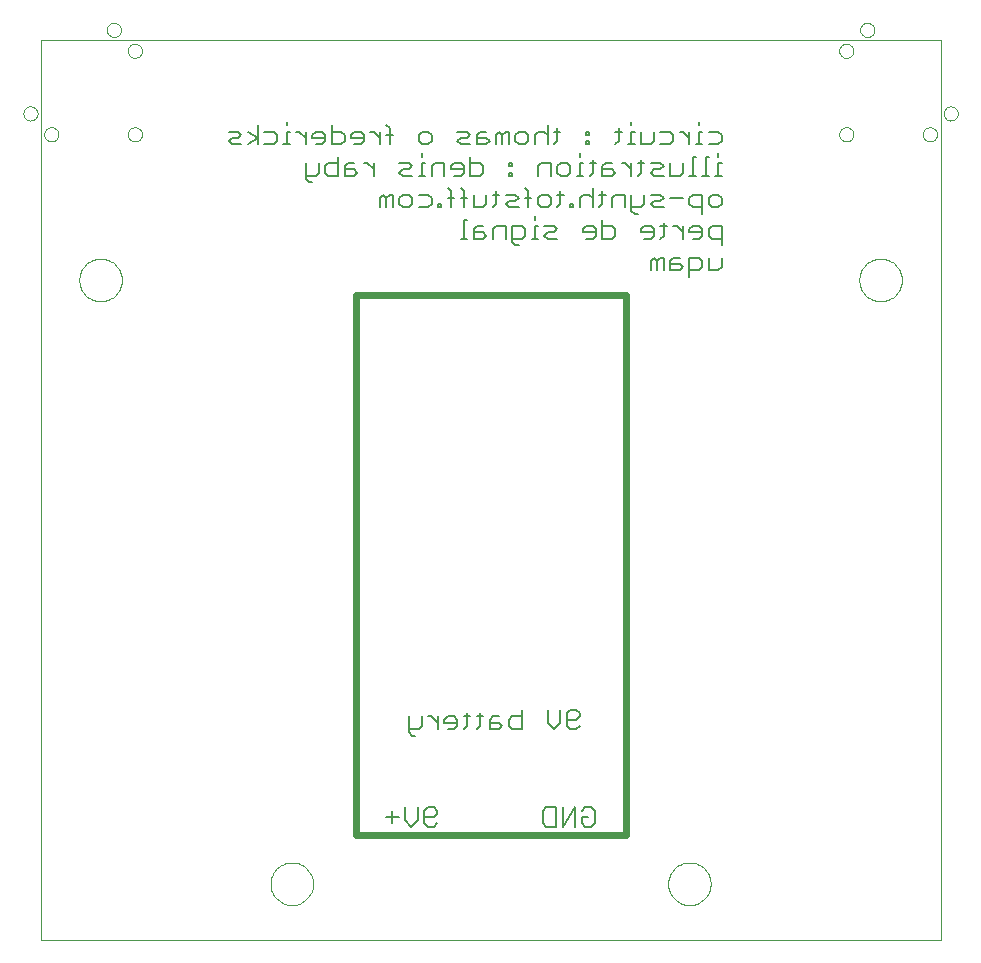
<source format=gbo>
G75*
%MOIN*%
%OFA0B0*%
%FSLAX24Y24*%
%IPPOS*%
%LPD*%
%AMOC8*
5,1,8,0,0,1.08239X$1,22.5*
%
%ADD10C,0.0000*%
%ADD11C,0.0060*%
%ADD12C,0.0240*%
D10*
X001898Y001011D02*
X001898Y031011D01*
X031898Y031011D01*
X031898Y001011D01*
X001898Y001011D01*
X009564Y002886D02*
X009566Y002939D01*
X009572Y002992D01*
X009582Y003044D01*
X009595Y003095D01*
X009613Y003145D01*
X009634Y003194D01*
X009659Y003241D01*
X009687Y003285D01*
X009719Y003328D01*
X009753Y003368D01*
X009791Y003406D01*
X009831Y003440D01*
X009874Y003472D01*
X009919Y003500D01*
X009965Y003525D01*
X010014Y003546D01*
X010064Y003564D01*
X010115Y003577D01*
X010167Y003587D01*
X010220Y003593D01*
X010273Y003595D01*
X010326Y003593D01*
X010379Y003587D01*
X010431Y003577D01*
X010482Y003564D01*
X010532Y003546D01*
X010581Y003525D01*
X010628Y003500D01*
X010672Y003472D01*
X010715Y003440D01*
X010755Y003406D01*
X010793Y003368D01*
X010827Y003328D01*
X010859Y003285D01*
X010887Y003240D01*
X010912Y003194D01*
X010933Y003145D01*
X010951Y003095D01*
X010964Y003044D01*
X010974Y002992D01*
X010980Y002939D01*
X010982Y002886D01*
X010980Y002833D01*
X010974Y002780D01*
X010964Y002728D01*
X010951Y002677D01*
X010933Y002627D01*
X010912Y002578D01*
X010887Y002531D01*
X010859Y002487D01*
X010827Y002444D01*
X010793Y002404D01*
X010755Y002366D01*
X010715Y002332D01*
X010672Y002300D01*
X010627Y002272D01*
X010581Y002247D01*
X010532Y002226D01*
X010482Y002208D01*
X010431Y002195D01*
X010379Y002185D01*
X010326Y002179D01*
X010273Y002177D01*
X010220Y002179D01*
X010167Y002185D01*
X010115Y002195D01*
X010064Y002208D01*
X010014Y002226D01*
X009965Y002247D01*
X009918Y002272D01*
X009874Y002300D01*
X009831Y002332D01*
X009791Y002366D01*
X009753Y002404D01*
X009719Y002444D01*
X009687Y002487D01*
X009659Y002532D01*
X009634Y002578D01*
X009613Y002627D01*
X009595Y002677D01*
X009582Y002728D01*
X009572Y002780D01*
X009566Y002833D01*
X009564Y002886D01*
X022814Y002886D02*
X022816Y002939D01*
X022822Y002992D01*
X022832Y003044D01*
X022845Y003095D01*
X022863Y003145D01*
X022884Y003194D01*
X022909Y003241D01*
X022937Y003285D01*
X022969Y003328D01*
X023003Y003368D01*
X023041Y003406D01*
X023081Y003440D01*
X023124Y003472D01*
X023169Y003500D01*
X023215Y003525D01*
X023264Y003546D01*
X023314Y003564D01*
X023365Y003577D01*
X023417Y003587D01*
X023470Y003593D01*
X023523Y003595D01*
X023576Y003593D01*
X023629Y003587D01*
X023681Y003577D01*
X023732Y003564D01*
X023782Y003546D01*
X023831Y003525D01*
X023878Y003500D01*
X023922Y003472D01*
X023965Y003440D01*
X024005Y003406D01*
X024043Y003368D01*
X024077Y003328D01*
X024109Y003285D01*
X024137Y003240D01*
X024162Y003194D01*
X024183Y003145D01*
X024201Y003095D01*
X024214Y003044D01*
X024224Y002992D01*
X024230Y002939D01*
X024232Y002886D01*
X024230Y002833D01*
X024224Y002780D01*
X024214Y002728D01*
X024201Y002677D01*
X024183Y002627D01*
X024162Y002578D01*
X024137Y002531D01*
X024109Y002487D01*
X024077Y002444D01*
X024043Y002404D01*
X024005Y002366D01*
X023965Y002332D01*
X023922Y002300D01*
X023877Y002272D01*
X023831Y002247D01*
X023782Y002226D01*
X023732Y002208D01*
X023681Y002195D01*
X023629Y002185D01*
X023576Y002179D01*
X023523Y002177D01*
X023470Y002179D01*
X023417Y002185D01*
X023365Y002195D01*
X023314Y002208D01*
X023264Y002226D01*
X023215Y002247D01*
X023168Y002272D01*
X023124Y002300D01*
X023081Y002332D01*
X023041Y002366D01*
X023003Y002404D01*
X022969Y002444D01*
X022937Y002487D01*
X022909Y002532D01*
X022884Y002578D01*
X022863Y002627D01*
X022845Y002677D01*
X022832Y002728D01*
X022822Y002780D01*
X022816Y002833D01*
X022814Y002886D01*
X029189Y023011D02*
X029191Y023064D01*
X029197Y023117D01*
X029207Y023169D01*
X029220Y023220D01*
X029238Y023270D01*
X029259Y023319D01*
X029284Y023366D01*
X029312Y023410D01*
X029344Y023453D01*
X029378Y023493D01*
X029416Y023531D01*
X029456Y023565D01*
X029499Y023597D01*
X029544Y023625D01*
X029590Y023650D01*
X029639Y023671D01*
X029689Y023689D01*
X029740Y023702D01*
X029792Y023712D01*
X029845Y023718D01*
X029898Y023720D01*
X029951Y023718D01*
X030004Y023712D01*
X030056Y023702D01*
X030107Y023689D01*
X030157Y023671D01*
X030206Y023650D01*
X030253Y023625D01*
X030297Y023597D01*
X030340Y023565D01*
X030380Y023531D01*
X030418Y023493D01*
X030452Y023453D01*
X030484Y023410D01*
X030512Y023365D01*
X030537Y023319D01*
X030558Y023270D01*
X030576Y023220D01*
X030589Y023169D01*
X030599Y023117D01*
X030605Y023064D01*
X030607Y023011D01*
X030605Y022958D01*
X030599Y022905D01*
X030589Y022853D01*
X030576Y022802D01*
X030558Y022752D01*
X030537Y022703D01*
X030512Y022656D01*
X030484Y022612D01*
X030452Y022569D01*
X030418Y022529D01*
X030380Y022491D01*
X030340Y022457D01*
X030297Y022425D01*
X030252Y022397D01*
X030206Y022372D01*
X030157Y022351D01*
X030107Y022333D01*
X030056Y022320D01*
X030004Y022310D01*
X029951Y022304D01*
X029898Y022302D01*
X029845Y022304D01*
X029792Y022310D01*
X029740Y022320D01*
X029689Y022333D01*
X029639Y022351D01*
X029590Y022372D01*
X029543Y022397D01*
X029499Y022425D01*
X029456Y022457D01*
X029416Y022491D01*
X029378Y022529D01*
X029344Y022569D01*
X029312Y022612D01*
X029284Y022657D01*
X029259Y022703D01*
X029238Y022752D01*
X029220Y022802D01*
X029207Y022853D01*
X029197Y022905D01*
X029191Y022958D01*
X029189Y023011D01*
X028520Y027869D02*
X028522Y027899D01*
X028528Y027929D01*
X028537Y027958D01*
X028550Y027985D01*
X028567Y028010D01*
X028586Y028033D01*
X028609Y028054D01*
X028634Y028071D01*
X028660Y028085D01*
X028689Y028095D01*
X028718Y028102D01*
X028748Y028105D01*
X028779Y028104D01*
X028809Y028099D01*
X028838Y028090D01*
X028865Y028078D01*
X028891Y028063D01*
X028915Y028044D01*
X028936Y028022D01*
X028954Y027998D01*
X028969Y027971D01*
X028980Y027943D01*
X028988Y027914D01*
X028992Y027884D01*
X028992Y027854D01*
X028988Y027824D01*
X028980Y027795D01*
X028969Y027767D01*
X028954Y027740D01*
X028936Y027716D01*
X028915Y027694D01*
X028891Y027675D01*
X028865Y027660D01*
X028838Y027648D01*
X028809Y027639D01*
X028779Y027634D01*
X028748Y027633D01*
X028718Y027636D01*
X028689Y027643D01*
X028660Y027653D01*
X028634Y027667D01*
X028609Y027684D01*
X028586Y027705D01*
X028567Y027728D01*
X028550Y027753D01*
X028537Y027780D01*
X028528Y027809D01*
X028522Y027839D01*
X028520Y027869D01*
X031304Y027869D02*
X031306Y027899D01*
X031312Y027929D01*
X031321Y027958D01*
X031334Y027985D01*
X031351Y028010D01*
X031370Y028033D01*
X031393Y028054D01*
X031418Y028071D01*
X031444Y028085D01*
X031473Y028095D01*
X031502Y028102D01*
X031532Y028105D01*
X031563Y028104D01*
X031593Y028099D01*
X031622Y028090D01*
X031649Y028078D01*
X031675Y028063D01*
X031699Y028044D01*
X031720Y028022D01*
X031738Y027998D01*
X031753Y027971D01*
X031764Y027943D01*
X031772Y027914D01*
X031776Y027884D01*
X031776Y027854D01*
X031772Y027824D01*
X031764Y027795D01*
X031753Y027767D01*
X031738Y027740D01*
X031720Y027716D01*
X031699Y027694D01*
X031675Y027675D01*
X031649Y027660D01*
X031622Y027648D01*
X031593Y027639D01*
X031563Y027634D01*
X031532Y027633D01*
X031502Y027636D01*
X031473Y027643D01*
X031444Y027653D01*
X031418Y027667D01*
X031393Y027684D01*
X031370Y027705D01*
X031351Y027728D01*
X031334Y027753D01*
X031321Y027780D01*
X031312Y027809D01*
X031306Y027839D01*
X031304Y027869D01*
X032000Y028565D02*
X032002Y028595D01*
X032008Y028625D01*
X032017Y028654D01*
X032030Y028681D01*
X032047Y028706D01*
X032066Y028729D01*
X032089Y028750D01*
X032114Y028767D01*
X032140Y028781D01*
X032169Y028791D01*
X032198Y028798D01*
X032228Y028801D01*
X032259Y028800D01*
X032289Y028795D01*
X032318Y028786D01*
X032345Y028774D01*
X032371Y028759D01*
X032395Y028740D01*
X032416Y028718D01*
X032434Y028694D01*
X032449Y028667D01*
X032460Y028639D01*
X032468Y028610D01*
X032472Y028580D01*
X032472Y028550D01*
X032468Y028520D01*
X032460Y028491D01*
X032449Y028463D01*
X032434Y028436D01*
X032416Y028412D01*
X032395Y028390D01*
X032371Y028371D01*
X032345Y028356D01*
X032318Y028344D01*
X032289Y028335D01*
X032259Y028330D01*
X032228Y028329D01*
X032198Y028332D01*
X032169Y028339D01*
X032140Y028349D01*
X032114Y028363D01*
X032089Y028380D01*
X032066Y028401D01*
X032047Y028424D01*
X032030Y028449D01*
X032017Y028476D01*
X032008Y028505D01*
X032002Y028535D01*
X032000Y028565D01*
X028520Y030653D02*
X028522Y030683D01*
X028528Y030713D01*
X028537Y030742D01*
X028550Y030769D01*
X028567Y030794D01*
X028586Y030817D01*
X028609Y030838D01*
X028634Y030855D01*
X028660Y030869D01*
X028689Y030879D01*
X028718Y030886D01*
X028748Y030889D01*
X028779Y030888D01*
X028809Y030883D01*
X028838Y030874D01*
X028865Y030862D01*
X028891Y030847D01*
X028915Y030828D01*
X028936Y030806D01*
X028954Y030782D01*
X028969Y030755D01*
X028980Y030727D01*
X028988Y030698D01*
X028992Y030668D01*
X028992Y030638D01*
X028988Y030608D01*
X028980Y030579D01*
X028969Y030551D01*
X028954Y030524D01*
X028936Y030500D01*
X028915Y030478D01*
X028891Y030459D01*
X028865Y030444D01*
X028838Y030432D01*
X028809Y030423D01*
X028779Y030418D01*
X028748Y030417D01*
X028718Y030420D01*
X028689Y030427D01*
X028660Y030437D01*
X028634Y030451D01*
X028609Y030468D01*
X028586Y030489D01*
X028567Y030512D01*
X028550Y030537D01*
X028537Y030564D01*
X028528Y030593D01*
X028522Y030623D01*
X028520Y030653D01*
X029216Y031349D02*
X029218Y031379D01*
X029224Y031409D01*
X029233Y031438D01*
X029246Y031465D01*
X029263Y031490D01*
X029282Y031513D01*
X029305Y031534D01*
X029330Y031551D01*
X029356Y031565D01*
X029385Y031575D01*
X029414Y031582D01*
X029444Y031585D01*
X029475Y031584D01*
X029505Y031579D01*
X029534Y031570D01*
X029561Y031558D01*
X029587Y031543D01*
X029611Y031524D01*
X029632Y031502D01*
X029650Y031478D01*
X029665Y031451D01*
X029676Y031423D01*
X029684Y031394D01*
X029688Y031364D01*
X029688Y031334D01*
X029684Y031304D01*
X029676Y031275D01*
X029665Y031247D01*
X029650Y031220D01*
X029632Y031196D01*
X029611Y031174D01*
X029587Y031155D01*
X029561Y031140D01*
X029534Y031128D01*
X029505Y031119D01*
X029475Y031114D01*
X029444Y031113D01*
X029414Y031116D01*
X029385Y031123D01*
X029356Y031133D01*
X029330Y031147D01*
X029305Y031164D01*
X029282Y031185D01*
X029263Y031208D01*
X029246Y031233D01*
X029233Y031260D01*
X029224Y031289D01*
X029218Y031319D01*
X029216Y031349D01*
X004804Y030653D02*
X004806Y030683D01*
X004812Y030713D01*
X004821Y030742D01*
X004834Y030769D01*
X004851Y030794D01*
X004870Y030817D01*
X004893Y030838D01*
X004918Y030855D01*
X004944Y030869D01*
X004973Y030879D01*
X005002Y030886D01*
X005032Y030889D01*
X005063Y030888D01*
X005093Y030883D01*
X005122Y030874D01*
X005149Y030862D01*
X005175Y030847D01*
X005199Y030828D01*
X005220Y030806D01*
X005238Y030782D01*
X005253Y030755D01*
X005264Y030727D01*
X005272Y030698D01*
X005276Y030668D01*
X005276Y030638D01*
X005272Y030608D01*
X005264Y030579D01*
X005253Y030551D01*
X005238Y030524D01*
X005220Y030500D01*
X005199Y030478D01*
X005175Y030459D01*
X005149Y030444D01*
X005122Y030432D01*
X005093Y030423D01*
X005063Y030418D01*
X005032Y030417D01*
X005002Y030420D01*
X004973Y030427D01*
X004944Y030437D01*
X004918Y030451D01*
X004893Y030468D01*
X004870Y030489D01*
X004851Y030512D01*
X004834Y030537D01*
X004821Y030564D01*
X004812Y030593D01*
X004806Y030623D01*
X004804Y030653D01*
X004108Y031349D02*
X004110Y031379D01*
X004116Y031409D01*
X004125Y031438D01*
X004138Y031465D01*
X004155Y031490D01*
X004174Y031513D01*
X004197Y031534D01*
X004222Y031551D01*
X004248Y031565D01*
X004277Y031575D01*
X004306Y031582D01*
X004336Y031585D01*
X004367Y031584D01*
X004397Y031579D01*
X004426Y031570D01*
X004453Y031558D01*
X004479Y031543D01*
X004503Y031524D01*
X004524Y031502D01*
X004542Y031478D01*
X004557Y031451D01*
X004568Y031423D01*
X004576Y031394D01*
X004580Y031364D01*
X004580Y031334D01*
X004576Y031304D01*
X004568Y031275D01*
X004557Y031247D01*
X004542Y031220D01*
X004524Y031196D01*
X004503Y031174D01*
X004479Y031155D01*
X004453Y031140D01*
X004426Y031128D01*
X004397Y031119D01*
X004367Y031114D01*
X004336Y031113D01*
X004306Y031116D01*
X004277Y031123D01*
X004248Y031133D01*
X004222Y031147D01*
X004197Y031164D01*
X004174Y031185D01*
X004155Y031208D01*
X004138Y031233D01*
X004125Y031260D01*
X004116Y031289D01*
X004110Y031319D01*
X004108Y031349D01*
X001324Y028565D02*
X001326Y028595D01*
X001332Y028625D01*
X001341Y028654D01*
X001354Y028681D01*
X001371Y028706D01*
X001390Y028729D01*
X001413Y028750D01*
X001438Y028767D01*
X001464Y028781D01*
X001493Y028791D01*
X001522Y028798D01*
X001552Y028801D01*
X001583Y028800D01*
X001613Y028795D01*
X001642Y028786D01*
X001669Y028774D01*
X001695Y028759D01*
X001719Y028740D01*
X001740Y028718D01*
X001758Y028694D01*
X001773Y028667D01*
X001784Y028639D01*
X001792Y028610D01*
X001796Y028580D01*
X001796Y028550D01*
X001792Y028520D01*
X001784Y028491D01*
X001773Y028463D01*
X001758Y028436D01*
X001740Y028412D01*
X001719Y028390D01*
X001695Y028371D01*
X001669Y028356D01*
X001642Y028344D01*
X001613Y028335D01*
X001583Y028330D01*
X001552Y028329D01*
X001522Y028332D01*
X001493Y028339D01*
X001464Y028349D01*
X001438Y028363D01*
X001413Y028380D01*
X001390Y028401D01*
X001371Y028424D01*
X001354Y028449D01*
X001341Y028476D01*
X001332Y028505D01*
X001326Y028535D01*
X001324Y028565D01*
X002020Y027869D02*
X002022Y027899D01*
X002028Y027929D01*
X002037Y027958D01*
X002050Y027985D01*
X002067Y028010D01*
X002086Y028033D01*
X002109Y028054D01*
X002134Y028071D01*
X002160Y028085D01*
X002189Y028095D01*
X002218Y028102D01*
X002248Y028105D01*
X002279Y028104D01*
X002309Y028099D01*
X002338Y028090D01*
X002365Y028078D01*
X002391Y028063D01*
X002415Y028044D01*
X002436Y028022D01*
X002454Y027998D01*
X002469Y027971D01*
X002480Y027943D01*
X002488Y027914D01*
X002492Y027884D01*
X002492Y027854D01*
X002488Y027824D01*
X002480Y027795D01*
X002469Y027767D01*
X002454Y027740D01*
X002436Y027716D01*
X002415Y027694D01*
X002391Y027675D01*
X002365Y027660D01*
X002338Y027648D01*
X002309Y027639D01*
X002279Y027634D01*
X002248Y027633D01*
X002218Y027636D01*
X002189Y027643D01*
X002160Y027653D01*
X002134Y027667D01*
X002109Y027684D01*
X002086Y027705D01*
X002067Y027728D01*
X002050Y027753D01*
X002037Y027780D01*
X002028Y027809D01*
X002022Y027839D01*
X002020Y027869D01*
X004804Y027869D02*
X004806Y027899D01*
X004812Y027929D01*
X004821Y027958D01*
X004834Y027985D01*
X004851Y028010D01*
X004870Y028033D01*
X004893Y028054D01*
X004918Y028071D01*
X004944Y028085D01*
X004973Y028095D01*
X005002Y028102D01*
X005032Y028105D01*
X005063Y028104D01*
X005093Y028099D01*
X005122Y028090D01*
X005149Y028078D01*
X005175Y028063D01*
X005199Y028044D01*
X005220Y028022D01*
X005238Y027998D01*
X005253Y027971D01*
X005264Y027943D01*
X005272Y027914D01*
X005276Y027884D01*
X005276Y027854D01*
X005272Y027824D01*
X005264Y027795D01*
X005253Y027767D01*
X005238Y027740D01*
X005220Y027716D01*
X005199Y027694D01*
X005175Y027675D01*
X005149Y027660D01*
X005122Y027648D01*
X005093Y027639D01*
X005063Y027634D01*
X005032Y027633D01*
X005002Y027636D01*
X004973Y027643D01*
X004944Y027653D01*
X004918Y027667D01*
X004893Y027684D01*
X004870Y027705D01*
X004851Y027728D01*
X004834Y027753D01*
X004821Y027780D01*
X004812Y027809D01*
X004806Y027839D01*
X004804Y027869D01*
X003189Y023011D02*
X003191Y023064D01*
X003197Y023117D01*
X003207Y023169D01*
X003220Y023220D01*
X003238Y023270D01*
X003259Y023319D01*
X003284Y023366D01*
X003312Y023410D01*
X003344Y023453D01*
X003378Y023493D01*
X003416Y023531D01*
X003456Y023565D01*
X003499Y023597D01*
X003544Y023625D01*
X003590Y023650D01*
X003639Y023671D01*
X003689Y023689D01*
X003740Y023702D01*
X003792Y023712D01*
X003845Y023718D01*
X003898Y023720D01*
X003951Y023718D01*
X004004Y023712D01*
X004056Y023702D01*
X004107Y023689D01*
X004157Y023671D01*
X004206Y023650D01*
X004253Y023625D01*
X004297Y023597D01*
X004340Y023565D01*
X004380Y023531D01*
X004418Y023493D01*
X004452Y023453D01*
X004484Y023410D01*
X004512Y023365D01*
X004537Y023319D01*
X004558Y023270D01*
X004576Y023220D01*
X004589Y023169D01*
X004599Y023117D01*
X004605Y023064D01*
X004607Y023011D01*
X004605Y022958D01*
X004599Y022905D01*
X004589Y022853D01*
X004576Y022802D01*
X004558Y022752D01*
X004537Y022703D01*
X004512Y022656D01*
X004484Y022612D01*
X004452Y022569D01*
X004418Y022529D01*
X004380Y022491D01*
X004340Y022457D01*
X004297Y022425D01*
X004252Y022397D01*
X004206Y022372D01*
X004157Y022351D01*
X004107Y022333D01*
X004056Y022320D01*
X004004Y022310D01*
X003951Y022304D01*
X003898Y022302D01*
X003845Y022304D01*
X003792Y022310D01*
X003740Y022320D01*
X003689Y022333D01*
X003639Y022351D01*
X003590Y022372D01*
X003543Y022397D01*
X003499Y022425D01*
X003456Y022457D01*
X003416Y022491D01*
X003378Y022529D01*
X003344Y022569D01*
X003312Y022612D01*
X003284Y022657D01*
X003259Y022703D01*
X003238Y022752D01*
X003220Y022802D01*
X003207Y022853D01*
X003197Y022905D01*
X003191Y022958D01*
X003189Y023011D01*
D11*
X008165Y027643D02*
X008272Y027750D01*
X008486Y027750D01*
X008592Y027857D01*
X008486Y027963D01*
X008165Y027963D01*
X008165Y027643D02*
X008272Y027536D01*
X008592Y027536D01*
X008809Y027536D02*
X009129Y027750D01*
X008809Y027963D01*
X009129Y028177D02*
X009129Y027536D01*
X009347Y027536D02*
X009667Y027536D01*
X009774Y027643D01*
X009774Y027857D01*
X009667Y027963D01*
X009347Y027963D01*
X010097Y027963D02*
X010097Y027536D01*
X010204Y027536D02*
X009990Y027536D01*
X010097Y027963D02*
X010204Y027963D01*
X010420Y027963D02*
X010527Y027963D01*
X010741Y027750D01*
X010741Y027963D02*
X010741Y027536D01*
X010958Y027750D02*
X011385Y027750D01*
X011385Y027857D02*
X011279Y027963D01*
X011065Y027963D01*
X010958Y027857D01*
X010958Y027750D01*
X011065Y027536D02*
X011279Y027536D01*
X011385Y027643D01*
X011385Y027857D01*
X011603Y027963D02*
X011923Y027963D01*
X012030Y027857D01*
X012030Y027643D01*
X011923Y027536D01*
X011603Y027536D01*
X011603Y028177D01*
X012247Y027857D02*
X012247Y027750D01*
X012674Y027750D01*
X012674Y027857D02*
X012568Y027963D01*
X012354Y027963D01*
X012247Y027857D01*
X012354Y027536D02*
X012568Y027536D01*
X012674Y027643D01*
X012674Y027857D01*
X012891Y027963D02*
X012998Y027963D01*
X013212Y027750D01*
X013212Y027963D02*
X013212Y027536D01*
X013534Y027536D02*
X013534Y028070D01*
X013428Y028177D01*
X013428Y027857D02*
X013641Y027857D01*
X014503Y027857D02*
X014503Y027643D01*
X014610Y027536D01*
X014824Y027536D01*
X014930Y027643D01*
X014930Y027857D01*
X014824Y027963D01*
X014610Y027963D01*
X014503Y027857D01*
X014609Y027234D02*
X014609Y027127D01*
X014609Y026913D02*
X014609Y026486D01*
X014715Y026486D02*
X014502Y026486D01*
X014286Y026486D02*
X013966Y026486D01*
X013859Y026593D01*
X013966Y026700D01*
X014179Y026700D01*
X014286Y026807D01*
X014179Y026913D01*
X013859Y026913D01*
X012997Y026913D02*
X012997Y026486D01*
X012997Y026700D02*
X012783Y026913D01*
X012676Y026913D01*
X012353Y026913D02*
X012139Y026913D01*
X012033Y026807D01*
X012033Y026486D01*
X012353Y026486D01*
X012460Y026593D01*
X012353Y026700D01*
X012033Y026700D01*
X011815Y026913D02*
X011495Y026913D01*
X011388Y026807D01*
X011388Y026593D01*
X011495Y026486D01*
X011815Y026486D01*
X011815Y027127D01*
X011170Y026913D02*
X011170Y026593D01*
X011064Y026486D01*
X010743Y026486D01*
X010743Y026379D02*
X010850Y026273D01*
X010957Y026273D01*
X010743Y026379D02*
X010743Y026913D01*
X010097Y028177D02*
X010097Y028284D01*
X013214Y025757D02*
X013214Y025436D01*
X013428Y025436D02*
X013428Y025757D01*
X013321Y025863D01*
X013214Y025757D01*
X013428Y025757D02*
X013534Y025863D01*
X013641Y025863D01*
X013641Y025436D01*
X013859Y025543D02*
X013859Y025757D01*
X013966Y025863D01*
X014179Y025863D01*
X014286Y025757D01*
X014286Y025543D01*
X014179Y025436D01*
X013966Y025436D01*
X013859Y025543D01*
X014503Y025436D02*
X014824Y025436D01*
X014930Y025543D01*
X014930Y025757D01*
X014824Y025863D01*
X014503Y025863D01*
X015146Y025543D02*
X015146Y025436D01*
X015253Y025436D01*
X015253Y025543D01*
X015146Y025543D01*
X015469Y025757D02*
X015682Y025757D01*
X015899Y025757D02*
X016112Y025757D01*
X016005Y025970D02*
X016005Y025436D01*
X016330Y025436D02*
X016330Y025863D01*
X016005Y025970D02*
X015899Y026077D01*
X015576Y025970D02*
X015469Y026077D01*
X015576Y025970D02*
X015576Y025436D01*
X016005Y025027D02*
X016005Y024386D01*
X015899Y024386D02*
X016112Y024386D01*
X016330Y024386D02*
X016650Y024386D01*
X016757Y024493D01*
X016650Y024600D01*
X016330Y024600D01*
X016330Y024707D02*
X016330Y024386D01*
X016330Y024707D02*
X016436Y024813D01*
X016650Y024813D01*
X016974Y024707D02*
X016974Y024386D01*
X016974Y024707D02*
X017081Y024813D01*
X017401Y024813D01*
X017401Y024386D01*
X017619Y024386D02*
X017939Y024386D01*
X018046Y024493D01*
X018046Y024707D01*
X017939Y024813D01*
X017619Y024813D01*
X017619Y024279D01*
X017725Y024173D01*
X017832Y024173D01*
X018262Y024386D02*
X018475Y024386D01*
X018369Y024386D02*
X018369Y024813D01*
X018475Y024813D01*
X018693Y024813D02*
X019013Y024813D01*
X019120Y024707D01*
X019013Y024600D01*
X018800Y024600D01*
X018693Y024493D01*
X018800Y024386D01*
X019120Y024386D01*
X019982Y024600D02*
X020409Y024600D01*
X020409Y024493D02*
X020409Y024707D01*
X020302Y024813D01*
X020089Y024813D01*
X019982Y024707D01*
X019982Y024600D01*
X020089Y024386D02*
X020302Y024386D01*
X020409Y024493D01*
X020627Y024386D02*
X020947Y024386D01*
X021054Y024493D01*
X021054Y024707D01*
X020947Y024813D01*
X020627Y024813D01*
X020627Y025027D02*
X020627Y024386D01*
X021593Y025329D02*
X021700Y025223D01*
X021807Y025223D01*
X021914Y025436D02*
X021593Y025436D01*
X021593Y025329D02*
X021593Y025863D01*
X021376Y025863D02*
X021056Y025863D01*
X020949Y025757D01*
X020949Y025436D01*
X020625Y025543D02*
X020625Y025970D01*
X020731Y025863D02*
X020518Y025863D01*
X020302Y025757D02*
X020195Y025863D01*
X019981Y025863D01*
X019875Y025757D01*
X019875Y025436D01*
X019657Y025436D02*
X019550Y025436D01*
X019550Y025543D01*
X019657Y025543D01*
X019657Y025436D01*
X019228Y025543D02*
X019121Y025436D01*
X019228Y025543D02*
X019228Y025970D01*
X019335Y025863D02*
X019121Y025863D01*
X018905Y025757D02*
X018905Y025543D01*
X018798Y025436D01*
X018585Y025436D01*
X018478Y025543D01*
X018478Y025757D01*
X018585Y025863D01*
X018798Y025863D01*
X018905Y025757D01*
X018261Y025757D02*
X018047Y025757D01*
X017831Y025757D02*
X017724Y025863D01*
X017404Y025863D01*
X017186Y025863D02*
X016973Y025863D01*
X017080Y025970D02*
X017080Y025543D01*
X016973Y025436D01*
X016757Y025543D02*
X016650Y025436D01*
X016330Y025436D01*
X016757Y025543D02*
X016757Y025863D01*
X017404Y025543D02*
X017511Y025650D01*
X017724Y025650D01*
X017831Y025757D01*
X017831Y025436D02*
X017511Y025436D01*
X017404Y025543D01*
X018154Y025436D02*
X018154Y025970D01*
X018047Y026077D01*
X017616Y026486D02*
X017616Y026593D01*
X017509Y026593D01*
X017509Y026486D01*
X017616Y026486D01*
X017616Y026807D02*
X017616Y026913D01*
X017509Y026913D01*
X017509Y026807D01*
X017616Y026807D01*
X016649Y026807D02*
X016649Y026593D01*
X016542Y026486D01*
X016222Y026486D01*
X016222Y027127D01*
X016222Y026913D02*
X016542Y026913D01*
X016649Y026807D01*
X016005Y026807D02*
X016005Y026593D01*
X015898Y026486D01*
X015684Y026486D01*
X015578Y026700D02*
X016005Y026700D01*
X016005Y026807D02*
X015898Y026913D01*
X015684Y026913D01*
X015578Y026807D01*
X015578Y026700D01*
X015360Y026913D02*
X015360Y026486D01*
X014933Y026486D02*
X014933Y026807D01*
X015040Y026913D01*
X015360Y026913D01*
X014715Y026913D02*
X014609Y026913D01*
X015792Y027643D02*
X015899Y027750D01*
X016113Y027750D01*
X016219Y027857D01*
X016113Y027963D01*
X015792Y027963D01*
X015792Y027643D02*
X015899Y027536D01*
X016219Y027536D01*
X016437Y027536D02*
X016757Y027536D01*
X016864Y027643D01*
X016757Y027750D01*
X016437Y027750D01*
X016437Y027857D02*
X016437Y027536D01*
X016437Y027857D02*
X016544Y027963D01*
X016757Y027963D01*
X017082Y027857D02*
X017082Y027536D01*
X017295Y027536D02*
X017295Y027857D01*
X017188Y027963D01*
X017082Y027857D01*
X017295Y027857D02*
X017402Y027963D01*
X017509Y027963D01*
X017509Y027536D01*
X017726Y027643D02*
X017726Y027857D01*
X017833Y027963D01*
X018046Y027963D01*
X018153Y027857D01*
X018153Y027643D01*
X018046Y027536D01*
X017833Y027536D01*
X017726Y027643D01*
X018371Y027536D02*
X018371Y027857D01*
X018477Y027963D01*
X018691Y027963D01*
X018798Y027857D01*
X019014Y027963D02*
X019227Y027963D01*
X019121Y028070D02*
X019121Y027643D01*
X019014Y027536D01*
X018798Y027536D02*
X018798Y028177D01*
X020087Y027963D02*
X020087Y027857D01*
X020194Y027857D01*
X020194Y027963D01*
X020087Y027963D01*
X020087Y027643D02*
X020087Y027536D01*
X020194Y027536D01*
X020194Y027643D01*
X020087Y027643D01*
X019873Y027234D02*
X019873Y027127D01*
X019873Y026913D02*
X019873Y026486D01*
X019979Y026486D02*
X019766Y026486D01*
X019550Y026593D02*
X019550Y026807D01*
X019443Y026913D01*
X019229Y026913D01*
X019123Y026807D01*
X019123Y026593D01*
X019229Y026486D01*
X019443Y026486D01*
X019550Y026593D01*
X019873Y026913D02*
X019979Y026913D01*
X020196Y026913D02*
X020409Y026913D01*
X020302Y027020D02*
X020302Y026593D01*
X020196Y026486D01*
X020302Y026077D02*
X020302Y025436D01*
X020518Y025436D02*
X020625Y025543D01*
X021376Y025436D02*
X021376Y025863D01*
X022020Y025863D02*
X022020Y025543D01*
X021914Y025436D01*
X022238Y025543D02*
X022345Y025650D01*
X022558Y025650D01*
X022665Y025757D01*
X022558Y025863D01*
X022238Y025863D01*
X022238Y025543D02*
X022345Y025436D01*
X022665Y025436D01*
X022882Y025757D02*
X023309Y025757D01*
X023527Y025757D02*
X023527Y025543D01*
X023634Y025436D01*
X023954Y025436D01*
X023954Y025223D02*
X023954Y025863D01*
X023634Y025863D01*
X023527Y025757D01*
X024172Y025757D02*
X024172Y025543D01*
X024278Y025436D01*
X024492Y025436D01*
X024599Y025543D01*
X024599Y025757D01*
X024492Y025863D01*
X024278Y025863D01*
X024172Y025757D01*
X024169Y026486D02*
X023955Y026486D01*
X024062Y026486D02*
X024062Y027127D01*
X024169Y027127D01*
X024492Y027127D02*
X024492Y027234D01*
X024492Y027536D02*
X024172Y027536D01*
X023954Y027536D02*
X023741Y027536D01*
X023847Y027536D02*
X023847Y027963D01*
X023954Y027963D01*
X024172Y027963D02*
X024492Y027963D01*
X024599Y027857D01*
X024599Y027643D01*
X024492Y027536D01*
X024492Y026913D02*
X024492Y026486D01*
X024599Y026486D02*
X024385Y026486D01*
X024492Y026913D02*
X024599Y026913D01*
X023739Y027127D02*
X023632Y027127D01*
X023632Y026486D01*
X023526Y026486D02*
X023739Y026486D01*
X023309Y026593D02*
X023309Y026913D01*
X023309Y026593D02*
X023203Y026486D01*
X022882Y026486D01*
X022882Y026913D01*
X022665Y026807D02*
X022558Y026913D01*
X022238Y026913D01*
X022020Y026913D02*
X021807Y026913D01*
X021914Y027020D02*
X021914Y026593D01*
X021807Y026486D01*
X021591Y026486D02*
X021591Y026913D01*
X021591Y026700D02*
X021377Y026913D01*
X021270Y026913D01*
X020947Y026913D02*
X020733Y026913D01*
X020627Y026807D01*
X020627Y026486D01*
X020947Y026486D01*
X021054Y026593D01*
X020947Y026700D01*
X020627Y026700D01*
X021055Y027536D02*
X021162Y027643D01*
X021162Y028070D01*
X021268Y027963D02*
X021055Y027963D01*
X021591Y027963D02*
X021591Y027536D01*
X021485Y027536D02*
X021698Y027536D01*
X021916Y027536D02*
X021916Y027963D01*
X021698Y027963D02*
X021591Y027963D01*
X021591Y028177D02*
X021591Y028284D01*
X021916Y027536D02*
X022236Y027536D01*
X022343Y027643D01*
X022343Y027963D01*
X022560Y027963D02*
X022880Y027963D01*
X022987Y027857D01*
X022987Y027643D01*
X022880Y027536D01*
X022560Y027536D01*
X023204Y027963D02*
X023311Y027963D01*
X023524Y027750D01*
X023524Y027963D02*
X023524Y027536D01*
X023847Y028177D02*
X023847Y028284D01*
X022665Y026807D02*
X022558Y026700D01*
X022345Y026700D01*
X022238Y026593D01*
X022345Y026486D01*
X022665Y026486D01*
X022666Y024920D02*
X022666Y024493D01*
X022559Y024386D01*
X022343Y024493D02*
X022343Y024707D01*
X022236Y024813D01*
X022022Y024813D01*
X021916Y024707D01*
X021916Y024600D01*
X022343Y024600D01*
X022343Y024493D02*
X022236Y024386D01*
X022022Y024386D01*
X022559Y024813D02*
X022772Y024813D01*
X022989Y024813D02*
X023096Y024813D01*
X023309Y024600D01*
X023309Y024813D02*
X023309Y024386D01*
X023527Y024600D02*
X023527Y024707D01*
X023634Y024813D01*
X023847Y024813D01*
X023954Y024707D01*
X023954Y024493D01*
X023847Y024386D01*
X023634Y024386D01*
X023527Y024600D02*
X023954Y024600D01*
X024172Y024707D02*
X024172Y024493D01*
X024278Y024386D01*
X024599Y024386D01*
X024599Y024173D02*
X024599Y024813D01*
X024278Y024813D01*
X024172Y024707D01*
X024172Y023763D02*
X024172Y023336D01*
X024492Y023336D01*
X024599Y023443D01*
X024599Y023763D01*
X023954Y023657D02*
X023954Y023443D01*
X023847Y023336D01*
X023527Y023336D01*
X023527Y023123D02*
X023527Y023763D01*
X023847Y023763D01*
X023954Y023657D01*
X023309Y023443D02*
X023203Y023336D01*
X022882Y023336D01*
X022882Y023657D01*
X022989Y023763D01*
X023203Y023763D01*
X023203Y023550D02*
X022882Y023550D01*
X022665Y023336D02*
X022665Y023763D01*
X022558Y023763D01*
X022451Y023657D01*
X022345Y023763D01*
X022238Y023657D01*
X022238Y023336D01*
X022451Y023336D02*
X022451Y023657D01*
X023203Y023550D02*
X023309Y023443D01*
X018369Y025027D02*
X018369Y025134D01*
X018478Y026486D02*
X018478Y026807D01*
X018585Y026913D01*
X018905Y026913D01*
X018905Y026486D01*
X016112Y025027D02*
X016005Y025027D01*
X016109Y008575D02*
X016109Y008148D01*
X016002Y008041D01*
X015786Y008148D02*
X015786Y008362D01*
X015679Y008468D01*
X015466Y008468D01*
X015359Y008362D01*
X015359Y008255D01*
X015786Y008255D01*
X015786Y008148D02*
X015679Y008041D01*
X015466Y008041D01*
X015141Y008041D02*
X015141Y008468D01*
X015141Y008255D02*
X014928Y008468D01*
X014821Y008468D01*
X014604Y008468D02*
X014604Y008148D01*
X014497Y008041D01*
X014177Y008041D01*
X014177Y007935D02*
X014284Y007828D01*
X014391Y007828D01*
X014177Y007935D02*
X014177Y008468D01*
X016002Y008468D02*
X016216Y008468D01*
X016432Y008468D02*
X016645Y008468D01*
X016538Y008575D02*
X016538Y008148D01*
X016432Y008041D01*
X016863Y008041D02*
X016863Y008362D01*
X016969Y008468D01*
X017183Y008468D01*
X017183Y008255D02*
X016863Y008255D01*
X016863Y008041D02*
X017183Y008041D01*
X017290Y008148D01*
X017183Y008255D01*
X017507Y008362D02*
X017614Y008468D01*
X017934Y008468D01*
X017934Y008682D02*
X017934Y008041D01*
X017614Y008041D01*
X017507Y008148D01*
X017507Y008362D01*
X018796Y008255D02*
X019010Y008041D01*
X019223Y008255D01*
X019223Y008682D01*
X019441Y008575D02*
X019548Y008682D01*
X019761Y008682D01*
X019868Y008575D01*
X019868Y008468D01*
X019761Y008362D01*
X019441Y008362D01*
X019441Y008575D02*
X019441Y008148D01*
X019548Y008041D01*
X019761Y008041D01*
X019868Y008148D01*
X018796Y008255D02*
X018796Y008682D01*
X018759Y005432D02*
X018652Y005325D01*
X018652Y004898D01*
X018759Y004791D01*
X019079Y004791D01*
X019079Y005432D01*
X018759Y005432D01*
X019296Y005432D02*
X019296Y004791D01*
X019723Y005432D01*
X019723Y004791D01*
X019941Y004898D02*
X019941Y005112D01*
X020154Y005112D01*
X019941Y005325D02*
X020048Y005432D01*
X020261Y005432D01*
X020368Y005325D01*
X020368Y004898D01*
X020261Y004791D01*
X020048Y004791D01*
X019941Y004898D01*
X015118Y004898D02*
X015011Y004791D01*
X014798Y004791D01*
X014691Y004898D01*
X014691Y005325D01*
X014798Y005432D01*
X015011Y005432D01*
X015118Y005325D01*
X015118Y005218D01*
X015011Y005112D01*
X014691Y005112D01*
X014473Y005005D02*
X014260Y004791D01*
X014046Y005005D01*
X014046Y005432D01*
X013829Y005112D02*
X013402Y005112D01*
X013615Y005325D02*
X013615Y004898D01*
X014473Y005005D02*
X014473Y005432D01*
D12*
X012398Y004511D02*
X012398Y022511D01*
X021398Y022511D01*
X021398Y004511D01*
X012398Y004511D01*
M02*

</source>
